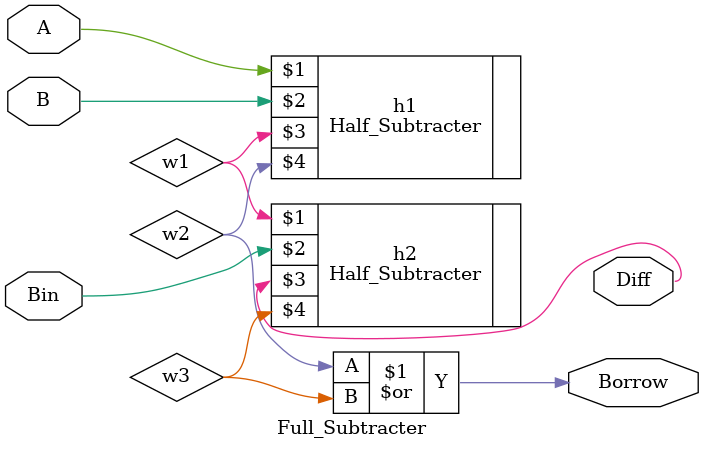
<source format=v>
module Full_Subtracter(A,B,Bin,Diff,Borrow);
	input A,B,Bin;
	output Diff,Borrow;
	wire w1,w2,w3;
	Half_Subtracter h1(A,B,w1,w2);
	Half_Subtracter h2(w1,Bin,Diff,w3);
	or (Borrow,w2,w3);
endmodule

</source>
